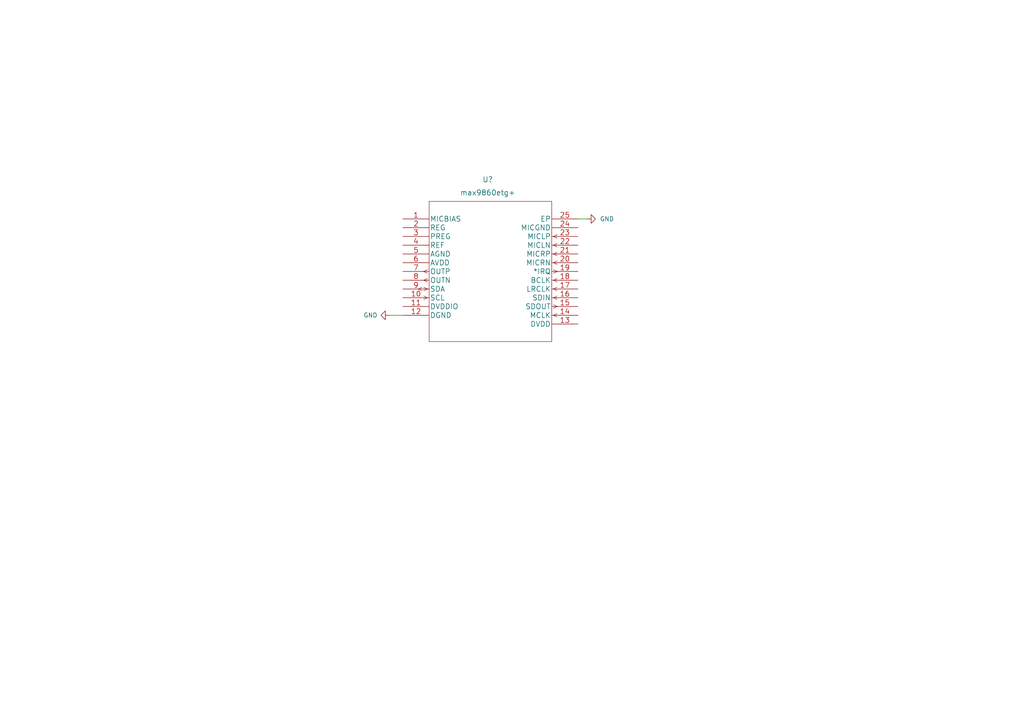
<source format=kicad_sch>
(kicad_sch (version 20211123) (generator eeschema)
  (paper "A4")
  (lib_symbols
    (symbol "2022-01-19_01-49-32:max9860etg+" (pin_names (offset 0.254))
      (property "Reference" "U" (at 25.4 10.16 0))
      (property "Value" "max9860etg+" (at 25.4 7.62 0))
      (symbol "max9860etg+_1_1"
        (polyline (pts (xy 5.5372 -20.828) (xy 4.4958 -20.32)) (stroke (width 0.127)))
        (polyline (pts (xy 5.5372 -19.812) (xy 4.4958 -20.32)) (stroke (width 0.127)))
        (polyline (pts (xy 7.112 -22.86) (xy 6.0452 -23.368)) (stroke (width 0.127)))
        (polyline (pts (xy 7.112 -22.86) (xy 6.0452 -22.352)) (stroke (width 0.127)))
        (polyline (pts (xy 7.112 -20.32) (xy 6.0452 -20.828)) (stroke (width 0.127)))
        (polyline (pts (xy 7.112 -20.32) (xy 6.0452 -19.812)) (stroke (width 0.127)))
        (polyline (pts (xy 7.112 -18.288) (xy 6.0452 -17.78)) (stroke (width 0.127)))
        (polyline (pts (xy 7.112 -17.272) (xy 6.0452 -17.78)) (stroke (width 0.127)))
        (polyline (pts (xy 7.112 -15.748) (xy 6.0452 -15.24)) (stroke (width 0.127)))
        (polyline (pts (xy 7.112 -14.732) (xy 6.0452 -15.24)) (stroke (width 0.127)))
        (polyline (pts (xy 7.62 -35.56) (xy 43.18 -35.56)) (stroke (width 0.127)))
        (polyline (pts (xy 7.62 5.08) (xy 7.62 -35.56)) (stroke (width 0.127)))
        (polyline (pts (xy 43.18 -35.56) (xy 43.18 5.08)) (stroke (width 0.127)))
        (polyline (pts (xy 43.18 5.08) (xy 7.62 5.08)) (stroke (width 0.127)))
        (polyline (pts (xy 43.688 -27.94) (xy 44.7548 -28.448)) (stroke (width 0.127)))
        (polyline (pts (xy 43.688 -27.94) (xy 44.7548 -27.432)) (stroke (width 0.127)))
        (polyline (pts (xy 43.688 -25.908) (xy 44.7548 -25.4)) (stroke (width 0.127)))
        (polyline (pts (xy 43.688 -24.892) (xy 44.7548 -25.4)) (stroke (width 0.127)))
        (polyline (pts (xy 43.688 -22.86) (xy 44.7548 -23.368)) (stroke (width 0.127)))
        (polyline (pts (xy 43.688 -22.86) (xy 44.7548 -22.352)) (stroke (width 0.127)))
        (polyline (pts (xy 43.688 -20.32) (xy 44.7548 -20.828)) (stroke (width 0.127)))
        (polyline (pts (xy 43.688 -20.32) (xy 44.7548 -19.812)) (stroke (width 0.127)))
        (polyline (pts (xy 43.688 -17.78) (xy 44.7548 -18.288)) (stroke (width 0.127)))
        (polyline (pts (xy 43.688 -17.78) (xy 44.7548 -17.272)) (stroke (width 0.127)))
        (polyline (pts (xy 43.688 -15.748) (xy 44.7548 -15.24)) (stroke (width 0.127)))
        (polyline (pts (xy 43.688 -14.732) (xy 44.7548 -15.24)) (stroke (width 0.127)))
        (polyline (pts (xy 43.688 -12.7) (xy 44.7548 -13.208)) (stroke (width 0.127)))
        (polyline (pts (xy 43.688 -12.7) (xy 44.7548 -12.192)) (stroke (width 0.127)))
        (polyline (pts (xy 43.688 -10.16) (xy 44.7548 -10.668)) (stroke (width 0.127)))
        (polyline (pts (xy 43.688 -10.16) (xy 44.7548 -9.652)) (stroke (width 0.127)))
        (polyline (pts (xy 43.688 -7.62) (xy 44.7548 -8.128)) (stroke (width 0.127)))
        (polyline (pts (xy 43.688 -7.62) (xy 44.7548 -7.112)) (stroke (width 0.127)))
        (polyline (pts (xy 43.688 -5.08) (xy 44.7548 -5.588)) (stroke (width 0.127)))
        (polyline (pts (xy 43.688 -5.08) (xy 44.7548 -4.572)) (stroke (width 0.127)))
        (pin unspecified line (at 0 0 0) (length 7.62) (name "MICBIAS") (number "1"))
        (pin input line (at 0 -22.86 0) (length 7.62) (name "SCL") (number "10"))
        (pin power_in line (at 0 -25.4 0) (length 7.62) (name "DVDDIO") (number "11"))
        (pin power_in line (at 0 -27.94 0) (length 7.62) (name "DGND") (number "12"))
        (pin power_in line (at 50.8 -30.48 180) (length 7.62) (name "DVDD") (number "13"))
        (pin input line (at 50.8 -27.94 180) (length 7.62) (name "MCLK") (number "14"))
        (pin output line (at 50.8 -25.4 180) (length 7.62) (name "SDOUT") (number "15"))
        (pin input line (at 50.8 -22.86 180) (length 7.62) (name "SDIN") (number "16"))
        (pin input line (at 50.8 -20.32 180) (length 7.62) (name "LRCLK") (number "17"))
        (pin input line (at 50.8 -17.78 180) (length 7.62) (name "BCLK") (number "18"))
        (pin output line (at 50.8 -15.24 180) (length 7.62) (name "*IRQ") (number "19"))
        (pin unspecified line (at 0 -2.54 0) (length 7.62) (name "REG") (number "2"))
        (pin input line (at 50.8 -12.7 180) (length 7.62) (name "MICRN") (number "20"))
        (pin input line (at 50.8 -10.16 180) (length 7.62) (name "MICRP") (number "21"))
        (pin input line (at 50.8 -7.62 180) (length 7.62) (name "MICLN") (number "22"))
        (pin input line (at 50.8 -5.08 180) (length 7.62) (name "MICLP") (number "23"))
        (pin power_in line (at 50.8 -2.54 180) (length 7.62) (name "MICGND") (number "24"))
        (pin unspecified line (at 50.8 0 180) (length 7.62) (name "EP") (number "25"))
        (pin unspecified line (at 0 -5.08 0) (length 7.62) (name "PREG") (number "3"))
        (pin unspecified line (at 0 -7.62 0) (length 7.62) (name "REF") (number "4"))
        (pin power_in line (at 0 -10.16 0) (length 7.62) (name "AGND") (number "5"))
        (pin power_in line (at 0 -12.7 0) (length 7.62) (name "AVDD") (number "6"))
        (pin output line (at 0 -15.24 0) (length 7.62) (name "OUTP") (number "7"))
        (pin output line (at 0 -17.78 0) (length 7.62) (name "OUTN") (number "8"))
        (pin bidirectional line (at 0 -20.32 0) (length 7.62) (name "SDA") (number "9"))
      )
    )
    (symbol "power:GND" (power) (pin_names (offset 0))
      (property "Value" "GND" (at 0 -3.81 0))
      (symbol "GND_0_1"
        (polyline (pts (xy 0 0) (xy 0 -1.27) (xy 1.27 -1.27) (xy 0 -2.54) (xy -1.27 -1.27) (xy 0 -1.27)))
      )
      (symbol "GND_1_1"
        (pin power_in line (at 0 0 270) (length 0) hide (name "GND") (number "1"))
      )
    )
  )
  (wire (pts (xy 113.03 91.44) (xy 116.84 91.44)))
  (wire (pts (xy 167.64 63.5) (xy 170.18 63.5)))
  (symbol (lib_id "2022-01-19_01-49-32:max9860etg+") (at 116.84 63.5 0) (unit 1)
    (property "Reference" "U?" (at 141.4653 52.07 0) (effects (font (size 1.524 1.524))))
    (property "Value" "max9860etg+" (at 141.4653 55.88 0) (effects (font (size 1.524 1.524))))
    (property "Footprint" "21-0139_T2444+4_MXM" (effects hide))
  )
  (symbol (lib_id "power:GND") (at 170.18 63.5 90) (unit 1)
    (property "Reference" "#PWR?" (effects hide))
    (property "Value" "GND" (at 173.99 63.4999 90) (effects (justify right)))
  )
  (symbol (lib_id "power:GND") (at 113.03 91.44 270) (unit 1)
    (property "Reference" "#PWR?" (effects hide))
    (property "Value" "GND" (at 105.41 91.44 90) (effects (justify left)))
  )
)
</source>
